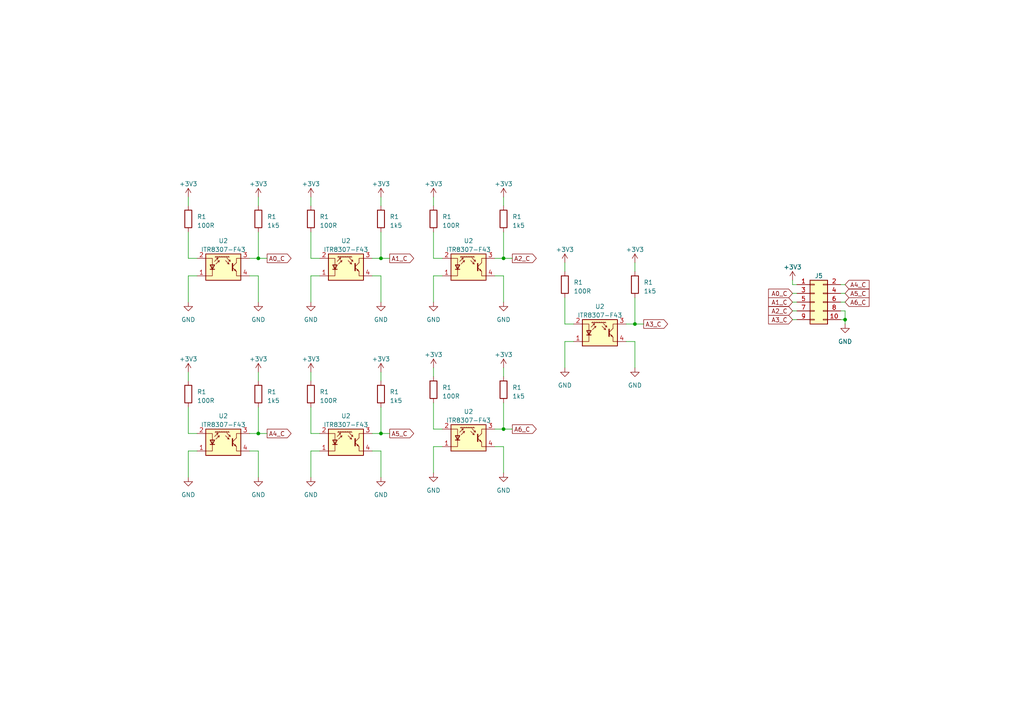
<source format=kicad_sch>
(kicad_sch (version 20230121) (generator eeschema)
  (paper "A4")
  (lib_symbols
    (symbol "Connector_Generic:Conn_02x05_Odd_Even" (pin_names (offset 1.016) hide)
      (property "Reference" "J" (at 1.27 7.62 0))
      (property "Value" "Conn_02x05_Odd_Even" (at 1.27 -7.62 0))
      (symbol "Conn_02x05_Odd_Even_1_1"
        (rectangle (start -1.27 -4.953) (end 0 -5.207) (stroke (width 0.1524)))
        (rectangle (start -1.27 -2.413) (end 0 -2.667) (stroke (width 0.1524)))
        (rectangle (start -1.27 0.127) (end 0 -0.127) (stroke (width 0.1524)))
        (rectangle (start -1.27 2.667) (end 0 2.413) (stroke (width 0.1524)))
        (rectangle (start -1.27 5.207) (end 0 4.953) (stroke (width 0.1524)))
        (rectangle (start -1.27 6.35) (end 3.81 -6.35) (stroke (width 0.254)) (fill (type background)))
        (rectangle (start 3.81 -4.953) (end 2.54 -5.207) (stroke (width 0.1524)))
        (rectangle (start 3.81 -2.413) (end 2.54 -2.667) (stroke (width 0.1524)))
        (rectangle (start 3.81 0.127) (end 2.54 -0.127) (stroke (width 0.1524)))
        (rectangle (start 3.81 2.667) (end 2.54 2.413) (stroke (width 0.1524)))
        (rectangle (start 3.81 5.207) (end 2.54 4.953) (stroke (width 0.1524)))
        (pin passive line (at -5.08 5.08 0) (length 3.81) (name "Pin_1") (number "1"))
        (pin passive line (at 7.62 -5.08 180) (length 3.81) (name "Pin_10") (number "10"))
        (pin passive line (at 7.62 5.08 180) (length 3.81) (name "Pin_2") (number "2"))
        (pin passive line (at -5.08 2.54 0) (length 3.81) (name "Pin_3") (number "3"))
        (pin passive line (at 7.62 2.54 180) (length 3.81) (name "Pin_4") (number "4"))
        (pin passive line (at -5.08 0 0) (length 3.81) (name "Pin_5") (number "5"))
        (pin passive line (at 7.62 0 180) (length 3.81) (name "Pin_6") (number "6"))
        (pin passive line (at -5.08 -2.54 0) (length 3.81) (name "Pin_7") (number "7"))
        (pin passive line (at 7.62 -2.54 180) (length 3.81) (name "Pin_8") (number "8"))
        (pin passive line (at -5.08 -5.08 0) (length 3.81) (name "Pin_9") (number "9"))
      )
    )
    (symbol "Device:R" (pin_numbers hide) (pin_names (offset 0))
      (property "Reference" "R" (at 2.032 0 90))
      (property "Value" "R" (at 0 0 90))
      (symbol "R_0_1"
        (rectangle (start -1.016 -2.54) (end 1.016 2.54) (stroke (width 0.254)))
      )
      (symbol "R_1_1"
        (pin passive line (at 0 3.81 270) (length 1.27) (name "~") (number "1"))
        (pin passive line (at 0 -3.81 90) (length 1.27) (name "~") (number "2"))
      )
    )
    (symbol "Sensor_Proximity:ITR8307-F43" (pin_names (offset 0.0254) hide)
      (property "Reference" "U" (at -3.81 5.08 0))
      (property "Value" "ITR8307-F43" (at 12.7 5.08 0))
      (symbol "ITR8307-F43_0_1"
        (polyline (pts (xy -3.81 -0.635) (xy -2.54 -0.635)) (stroke (width 0.254)))
        (polyline (pts (xy -2.286 2.921) (xy -2.032 3.175)))
        (polyline (pts (xy -1.778 2.921) (xy -1.524 3.175)))
        (polyline (pts (xy -1.524 2.667) (xy -1.651 2.159)))
        (polyline (pts (xy -1.27 2.921) (xy -1.016 3.175)))
        (polyline (pts (xy -1.143 1.905) (xy -1.27 1.397)))
        (polyline (pts (xy -0.762 2.921) (xy -0.508 3.175)))
        (polyline (pts (xy -0.254 2.921) (xy 0 3.175)))
        (polyline (pts (xy 0.254 2.921) (xy 0.508 3.175)))
        (polyline (pts (xy 0.762 2.921) (xy 1.016 3.175)))
        (polyline (pts (xy 1.27 2.921) (xy 1.524 3.175)))
        (polyline (pts (xy 1.651 0.889) (xy 1.143 1.016)))
        (polyline (pts (xy 1.778 2.921) (xy -2.413 2.921)))
        (polyline (pts (xy 2.032 1.651) (xy 1.524 1.778)))
        (polyline (pts (xy 2.667 -0.127) (xy 3.81 -1.27)))
        (polyline (pts (xy 2.667 0.127) (xy 3.81 1.27)))
        (polyline (pts (xy -2.54 1.651) (xy -1.524 2.667) (xy -2.032 2.54)))
        (polyline (pts (xy -2.159 0.889) (xy -1.143 1.905) (xy -1.651 1.778)))
        (polyline (pts (xy 0.635 1.905) (xy 1.651 0.889) (xy 1.524 1.397)))
        (polyline (pts (xy 1.016 2.667) (xy 2.032 1.651) (xy 1.905 2.159)))
        (polyline (pts (xy 2.667 1.016) (xy 2.667 -1.016) (xy 2.667 -1.016)) (stroke (width 0.3556)))
        (polyline (pts (xy 3.81 -1.27) (xy 3.81 -2.54) (xy 5.08 -2.54)))
        (polyline (pts (xy 3.81 1.27) (xy 3.81 2.54) (xy 5.08 2.54)))
        (polyline (pts (xy -5.08 -2.54) (xy -3.175 -2.54) (xy -3.175 2.54) (xy -5.08 2.54)))
        (polyline (pts (xy -3.175 -0.635) (xy -3.81 0.635) (xy -2.54 0.635) (xy -3.175 -0.635)) (stroke (width 0.254)))
        (polyline (pts (xy 3.683 -1.143) (xy 3.429 -0.635) (xy 3.175 -0.889) (xy 3.683 -1.143)))
        (polyline (pts (xy -5.08 -3.81) (xy 5.08 -3.81) (xy 5.08 3.81) (xy -5.08 3.81) (xy -5.08 -3.81)) (stroke (width 0.254)) (fill (type background)))
      )
      (symbol "ITR8307-F43_1_1"
        (pin passive line (at -7.62 -2.54 0) (length 2.54) (name "K") (number "1"))
        (pin passive line (at -7.62 2.54 0) (length 2.54) (name "A") (number "2"))
        (pin open_collector line (at 7.62 2.54 180) (length 2.54) (name "C") (number "3"))
        (pin open_emitter line (at 7.62 -2.54 180) (length 2.54) (name "E") (number "4"))
      )
    )
    (symbol "power:+3V3" (power) (pin_names (offset 0))
      (property "Value" "+3V3" (at 0 3.556 0))
      (symbol "+3V3_0_1"
        (polyline (pts (xy -0.762 1.27) (xy 0 2.54)))
        (polyline (pts (xy 0 0) (xy 0 2.54)))
        (polyline (pts (xy 0 2.54) (xy 0.762 1.27)))
      )
      (symbol "+3V3_1_1"
        (pin power_in line (at 0 0 90) (length 0) hide (name "+3V3") (number "1"))
      )
    )
    (symbol "power:GND" (power) (pin_names (offset 0))
      (property "Value" "GND" (at 0 -3.81 0))
      (symbol "GND_0_1"
        (polyline (pts (xy 0 0) (xy 0 -1.27) (xy 1.27 -1.27) (xy 0 -2.54) (xy -1.27 -1.27) (xy 0 -1.27)))
      )
      (symbol "GND_1_1"
        (pin power_in line (at 0 0 270) (length 0) hide (name "GND") (number "1"))
      )
    )
  )
  (junction (at 110.49 74.93))
  (junction (at 245.11 92.71))
  (junction (at 110.49 125.73))
  (junction (at 74.93 74.93))
  (junction (at 146.05 124.46))
  (junction (at 74.93 125.73))
  (junction (at 146.05 74.93))
  (junction (at 184.15 93.98))
  (wire (pts (xy 163.83 106.68) (xy 163.83 99.06)))
  (wire (pts (xy 146.05 67.31) (xy 146.05 74.93)))
  (wire (pts (xy 54.61 80.01) (xy 57.15 80.01)))
  (wire (pts (xy 229.87 90.17) (xy 231.14 90.17)))
  (wire (pts (xy 146.05 137.16) (xy 146.05 129.54)))
  (wire (pts (xy 54.61 74.93) (xy 57.15 74.93)))
  (wire (pts (xy 90.17 67.31) (xy 90.17 74.93)))
  (wire (pts (xy 245.11 90.17) (xy 245.11 92.71)))
  (wire (pts (xy 110.49 57.15) (xy 110.49 59.69)))
  (wire (pts (xy 243.84 92.71) (xy 245.11 92.71)))
  (wire (pts (xy 74.93 74.93) (xy 77.47 74.93)))
  (wire (pts (xy 54.61 107.95) (xy 54.61 110.49)))
  (wire (pts (xy 125.73 67.31) (xy 125.73 74.93)))
  (wire (pts (xy 90.17 107.95) (xy 90.17 110.49)))
  (wire (pts (xy 90.17 138.43) (xy 90.17 130.81)))
  (wire (pts (xy 184.15 76.2) (xy 184.15 78.74)))
  (wire (pts (xy 54.61 125.73) (xy 57.15 125.73)))
  (wire (pts (xy 74.93 107.95) (xy 74.93 110.49)))
  (wire (pts (xy 163.83 99.06) (xy 166.37 99.06)))
  (wire (pts (xy 243.84 85.09) (xy 245.11 85.09)))
  (wire (pts (xy 90.17 74.93) (xy 92.71 74.93)))
  (wire (pts (xy 110.49 74.93) (xy 107.95 74.93)))
  (wire (pts (xy 184.15 106.68) (xy 184.15 99.06)))
  (wire (pts (xy 110.49 80.01) (xy 107.95 80.01)))
  (wire (pts (xy 110.49 125.73) (xy 107.95 125.73)))
  (wire (pts (xy 146.05 80.01) (xy 143.51 80.01)))
  (wire (pts (xy 110.49 138.43) (xy 110.49 130.81)))
  (wire (pts (xy 110.49 87.63) (xy 110.49 80.01)))
  (wire (pts (xy 90.17 80.01) (xy 92.71 80.01)))
  (wire (pts (xy 74.93 125.73) (xy 77.47 125.73)))
  (wire (pts (xy 229.87 81.28) (xy 229.87 82.55)))
  (wire (pts (xy 74.93 87.63) (xy 74.93 80.01)))
  (wire (pts (xy 74.93 125.73) (xy 72.39 125.73)))
  (wire (pts (xy 74.93 80.01) (xy 72.39 80.01)))
  (wire (pts (xy 184.15 93.98) (xy 181.61 93.98)))
  (wire (pts (xy 54.61 57.15) (xy 54.61 59.69)))
  (wire (pts (xy 74.93 67.31) (xy 74.93 74.93)))
  (wire (pts (xy 245.11 92.71) (xy 245.11 93.98)))
  (wire (pts (xy 90.17 87.63) (xy 90.17 80.01)))
  (wire (pts (xy 229.87 87.63) (xy 231.14 87.63)))
  (wire (pts (xy 243.84 82.55) (xy 245.11 82.55)))
  (wire (pts (xy 110.49 130.81) (xy 107.95 130.81)))
  (wire (pts (xy 125.73 106.68) (xy 125.73 109.22)))
  (wire (pts (xy 125.73 124.46) (xy 128.27 124.46)))
  (wire (pts (xy 54.61 130.81) (xy 57.15 130.81)))
  (wire (pts (xy 125.73 137.16) (xy 125.73 129.54)))
  (wire (pts (xy 163.83 93.98) (xy 166.37 93.98)))
  (wire (pts (xy 90.17 130.81) (xy 92.71 130.81)))
  (wire (pts (xy 229.87 92.71) (xy 231.14 92.71)))
  (wire (pts (xy 74.93 57.15) (xy 74.93 59.69)))
  (wire (pts (xy 110.49 118.11) (xy 110.49 125.73)))
  (wire (pts (xy 90.17 125.73) (xy 92.71 125.73)))
  (wire (pts (xy 54.61 67.31) (xy 54.61 74.93)))
  (wire (pts (xy 90.17 118.11) (xy 90.17 125.73)))
  (wire (pts (xy 163.83 76.2) (xy 163.83 78.74)))
  (wire (pts (xy 146.05 116.84) (xy 146.05 124.46)))
  (wire (pts (xy 146.05 74.93) (xy 148.59 74.93)))
  (wire (pts (xy 125.73 129.54) (xy 128.27 129.54)))
  (wire (pts (xy 110.49 67.31) (xy 110.49 74.93)))
  (wire (pts (xy 229.87 85.09) (xy 231.14 85.09)))
  (wire (pts (xy 146.05 74.93) (xy 143.51 74.93)))
  (wire (pts (xy 146.05 129.54) (xy 143.51 129.54)))
  (wire (pts (xy 54.61 118.11) (xy 54.61 125.73)))
  (wire (pts (xy 74.93 118.11) (xy 74.93 125.73)))
  (wire (pts (xy 125.73 74.93) (xy 128.27 74.93)))
  (wire (pts (xy 110.49 125.73) (xy 113.03 125.73)))
  (wire (pts (xy 74.93 130.81) (xy 72.39 130.81)))
  (wire (pts (xy 125.73 80.01) (xy 128.27 80.01)))
  (wire (pts (xy 110.49 74.93) (xy 113.03 74.93)))
  (wire (pts (xy 125.73 57.15) (xy 125.73 59.69)))
  (wire (pts (xy 125.73 116.84) (xy 125.73 124.46)))
  (wire (pts (xy 163.83 86.36) (xy 163.83 93.98)))
  (wire (pts (xy 184.15 93.98) (xy 186.69 93.98)))
  (wire (pts (xy 125.73 87.63) (xy 125.73 80.01)))
  (wire (pts (xy 146.05 124.46) (xy 143.51 124.46)))
  (wire (pts (xy 146.05 106.68) (xy 146.05 109.22)))
  (wire (pts (xy 110.49 107.95) (xy 110.49 110.49)))
  (wire (pts (xy 146.05 57.15) (xy 146.05 59.69)))
  (wire (pts (xy 90.17 57.15) (xy 90.17 59.69)))
  (wire (pts (xy 243.84 90.17) (xy 245.11 90.17)))
  (wire (pts (xy 146.05 87.63) (xy 146.05 80.01)))
  (wire (pts (xy 243.84 87.63) (xy 245.11 87.63)))
  (wire (pts (xy 184.15 99.06) (xy 181.61 99.06)))
  (wire (pts (xy 146.05 124.46) (xy 148.59 124.46)))
  (wire (pts (xy 229.87 82.55) (xy 231.14 82.55)))
  (wire (pts (xy 74.93 138.43) (xy 74.93 130.81)))
  (wire (pts (xy 184.15 86.36) (xy 184.15 93.98)))
  (wire (pts (xy 54.61 87.63) (xy 54.61 80.01)))
  (wire (pts (xy 74.93 74.93) (xy 72.39 74.93)))
  (wire (pts (xy 54.61 138.43) (xy 54.61 130.81)))
  (global_label "A6_C" (shape output) (at 148.59 124.46 0) (property "Intersheetrefs" "${INTERSHEET_REFS}" (effects hide)))
  (global_label "A3_C" (shape input) (at 229.87 92.71 180) (property "Intersheetrefs" "${INTERSHEET_REFS}" (effects hide)))
  (global_label "A0_C" (shape input) (at 229.87 85.09 180) (property "Intersheetrefs" "${INTERSHEET_REFS}" (effects hide)))
  (global_label "A4_C" (shape output) (at 77.47 125.73 0) (property "Intersheetrefs" "${INTERSHEET_REFS}" (effects hide)))
  (global_label "A6_C" (shape input) (at 245.11 87.63 0) (property "Intersheetrefs" "${INTERSHEET_REFS}" (effects hide)))
  (global_label "A0_C" (shape output) (at 77.47 74.93 0) (property "Intersheetrefs" "${INTERSHEET_REFS}" (effects hide)))
  (global_label "A1_C" (shape input) (at 229.87 87.63 180) (property "Intersheetrefs" "${INTERSHEET_REFS}" (effects hide)))
  (global_label "A1_C" (shape output) (at 113.03 74.93 0) (property "Intersheetrefs" "${INTERSHEET_REFS}" (effects hide)))
  (global_label "A4_C" (shape input) (at 245.11 82.55 0) (property "Intersheetrefs" "${INTERSHEET_REFS}" (effects hide)))
  (global_label "A3_C" (shape output) (at 186.69 93.98 0) (property "Intersheetrefs" "${INTERSHEET_REFS}" (effects hide)))
  (global_label "A5_C" (shape output) (at 113.03 125.73 0) (property "Intersheetrefs" "${INTERSHEET_REFS}" (effects hide)))
  (global_label "A5_C" (shape input) (at 245.11 85.09 0) (property "Intersheetrefs" "${INTERSHEET_REFS}" (effects hide)))
  (global_label "A2_C" (shape output) (at 148.59 74.93 0) (property "Intersheetrefs" "${INTERSHEET_REFS}" (effects hide)))
  (global_label "A2_C" (shape input) (at 229.87 90.17 180) (property "Intersheetrefs" "${INTERSHEET_REFS}" (effects hide)))
  (symbol (lib_id "power:+3V3") (at 163.83 76.2 0) (unit 1)
    (property "Reference" "#PWR069" (effects hide))
    (property "Value" "+3V3" (at 163.83 72.39 0))
    (instances (project "Linefollower" (path "" (reference "#PWR069") (unit 1)) (path "" (reference "#PWR033") (unit 1)) (path "" (reference "#PWR073") (unit 1))) (project "Sensors" (path "" (reference "#PWR025") (unit 1))))
  )
  (symbol (lib_id "Device:R") (at 125.73 63.5 0) (unit 1)
    (property "Reference" "R1" (at 128.27 62.865 0) (effects (justify left)))
    (property "Value" "100R" (at 128.27 65.405 0) (effects (justify left)))
    (property "Footprint" "Resistor_SMD:R_1206_3216Metric" (effects hide))
    (instances (project "Linefollower" (path "" (reference "R1") (unit 1)) (path "" (reference "R27") (unit 1)) (path "" (reference "R5") (unit 1)) (path "" (reference "R25") (unit 1))) (project "Sensors" (path "" (reference "R9") (unit 1))))
  )
  (symbol (lib_id "power:+3V3") (at 125.73 57.15 0) (unit 1)
    (property "Reference" "#PWR053" (effects hide))
    (property "Value" "+3V3" (at 125.73 53.34 0))
    (instances (project "Linefollower" (path "" (reference "#PWR053") (unit 1)) (path "" (reference "#PWR09") (unit 1)) (path "" (reference "#PWR065") (unit 1))) (project "Sensors" (path "" (reference "#PWR017") (unit 1))))
  )
  (symbol (lib_id "power:+3V3") (at 110.49 57.15 0) (unit 1)
    (property "Reference" "#PWR049" (effects hide))
    (property "Value" "+3V3" (at 110.49 53.34 0))
    (instances (project "Linefollower" (path "" (reference "#PWR049") (unit 1)) (path "" (reference "#PWR07") (unit 1)) (path "" (reference "#PWR061") (unit 1))) (project "Sensors" (path "" (reference "#PWR013") (unit 1))))
  )
  (symbol (lib_id "power:GND") (at 74.93 138.43 0) (unit 1)
    (property "Reference" "#PWR066" (effects hide))
    (property "Value" "GND" (at 74.93 143.51 0))
    (instances (project "Linefollower" (path "" (reference "#PWR066") (unit 1)) (path "" (reference "#PWR016") (unit 1)) (path "" (reference "#PWR056") (unit 1))) (project "Sensors" (path "" (reference "#PWR08") (unit 1))))
  )
  (symbol (lib_id "Device:R") (at 90.17 114.3 0) (unit 1)
    (property "Reference" "R1" (at 92.71 113.665 0) (effects (justify left)))
    (property "Value" "100R" (at 92.71 116.205 0) (effects (justify left)))
    (property "Footprint" "Resistor_SMD:R_1206_3216Metric" (effects hide))
    (instances (project "Linefollower" (path "" (reference "R1") (unit 1)) (path "" (reference "R20") (unit 1)) (path "" (reference "R9") (unit 1)) (path "" (reference "R22") (unit 1))) (project "Sensors" (path "" (reference "R6") (unit 1))))
  )
  (symbol (lib_id "Device:R") (at 54.61 114.3 0) (unit 1)
    (property "Reference" "R1" (at 57.15 113.665 0) (effects (justify left)))
    (property "Value" "100R" (at 57.15 116.205 0) (effects (justify left)))
    (property "Footprint" "Resistor_SMD:R_1206_3216Metric" (effects hide))
    (instances (project "Linefollower" (path "" (reference "R1") (unit 1)) (path "" (reference "R31") (unit 1)) (path "" (reference "R7") (unit 1)) (path "" (reference "R16") (unit 1))) (project "Sensors" (path "" (reference "R2") (unit 1))))
  )
  (symbol (lib_id "power:+3V3") (at 54.61 57.15 0) (unit 1)
    (property "Reference" "#PWR037" (effects hide))
    (property "Value" "+3V3" (at 54.61 53.34 0))
    (instances (project "Linefollower" (path "" (reference "#PWR037") (unit 1)) (path "" (reference "#PWR03") (unit 1)) (path "" (reference "#PWR028") (unit 1))) (project "Sensors" (path "" (reference "#PWR01") (unit 1))))
  )
  (symbol (lib_id "power:GND") (at 146.05 137.16 0) (unit 1)
    (property "Reference" "#PWR052" (effects hide))
    (property "Value" "GND" (at 146.05 142.24 0))
    (instances (project "Linefollower" (path "" (reference "#PWR052") (unit 1)) (path "" (reference "#PWR024") (unit 1)) (path "" (reference "#PWR072") (unit 1))) (project "Sensors" (path "" (reference "#PWR024") (unit 1))))
  )
  (symbol (lib_id "power:GND") (at 90.17 138.43 0) (unit 1)
    (property "Reference" "#PWR040" (effects hide))
    (property "Value" "GND" (at 90.17 143.51 0))
    (instances (project "Linefollower" (path "" (reference "#PWR040") (unit 1)) (path "" (reference "#PWR018") (unit 1)) (path "" (reference "#PWR060") (unit 1))) (project "Sensors" (path "" (reference "#PWR012") (unit 1))))
  )
  (symbol (lib_id "power:+3V3") (at 146.05 106.68 0) (unit 1)
    (property "Reference" "#PWR051" (effects hide))
    (property "Value" "+3V3" (at 146.05 102.87 0))
    (instances (project "Linefollower" (path "" (reference "#PWR051") (unit 1)) (path "" (reference "#PWR023") (unit 1)) (path "" (reference "#PWR071") (unit 1))) (project "Sensors" (path "" (reference "#PWR023") (unit 1))))
  )
  (symbol (lib_id "Sensor_Proximity:ITR8307-F43") (at 173.99 96.52 0) (unit 1)
    (property "Reference" "U2" (at 173.99 88.9 0))
    (property "Value" "ITR8307-F43" (at 173.99 91.44 0))
    (property "Footprint" "OptoDevice:Everlight_ITR8307F43" (effects hide))
    (property "Datasheet" "https://everlighteurope.com/index.php?controller=attachment&id_attachment=5385" (effects hide))
    (instances (project "Linefollower" (path "" (reference "U2") (unit 1)) (path "" (reference "U22") (unit 1)) (path "" (reference "U13") (unit 1)) (path "" (reference "U18") (unit 1))) (project "Sensors" (path "" (reference "U4") (unit 1))))
  )
  (symbol (lib_id "Device:R") (at 90.17 63.5 0) (unit 1)
    (property "Reference" "R1" (at 92.71 62.865 0) (effects (justify left)))
    (property "Value" "100R" (at 92.71 65.405 0) (effects (justify left)))
    (property "Footprint" "Resistor_SMD:R_1206_3216Metric" (effects hide))
    (instances (project "Linefollower" (path "" (reference "R1") (unit 1)) (path "" (reference "R23") (unit 1)) (path "" (reference "R3") (unit 1)) (path "" (reference "R21") (unit 1))) (project "Sensors" (path "" (reference "R5") (unit 1))))
  )
  (symbol (lib_id "Device:R") (at 74.93 114.3 0) (unit 1)
    (property "Reference" "R1" (at 77.47 113.665 0) (effects (justify left)))
    (property "Value" "1k5" (at 77.47 116.205 0) (effects (justify left)))
    (property "Footprint" "Resistor_SMD:R_1206_3216Metric" (effects hide))
    (instances (project "Linefollower" (path "" (reference "R1") (unit 1)) (path "" (reference "R33") (unit 1)) (path "" (reference "R8") (unit 1)) (path "" (reference "R20") (unit 1))) (project "Sensors" (path "" (reference "R4") (unit 1))))
  )
  (symbol (lib_id "power:GND") (at 184.15 106.68 0) (unit 1)
    (property "Reference" "#PWR072" (effects hide))
    (property "Value" "GND" (at 184.15 111.76 0))
    (instances (project "Linefollower" (path "" (reference "#PWR072") (unit 1)) (path "" (reference "#PWR036") (unit 1)) (path "" (reference "#PWR076") (unit 1))) (project "Sensors" (path "" (reference "#PWR028") (unit 1))))
  )
  (symbol (lib_id "power:GND") (at 146.05 87.63 0) (unit 1)
    (property "Reference" "#PWR058" (effects hide))
    (property "Value" "GND" (at 146.05 92.71 0))
    (instances (project "Linefollower" (path "" (reference "#PWR058") (unit 1)) (path "" (reference "#PWR012") (unit 1)) (path "" (reference "#PWR070") (unit 1))) (project "Sensors" (path "" (reference "#PWR022") (unit 1))))
  )
  (symbol (lib_id "Device:R") (at 184.15 82.55 0) (unit 1)
    (property "Reference" "R1" (at 186.69 81.915 0) (effects (justify left)))
    (property "Value" "1k5" (at 186.69 84.455 0) (effects (justify left)))
    (property "Footprint" "Resistor_SMD:R_1206_3216Metric" (effects hide))
    (instances (project "Linefollower" (path "" (reference "R1") (unit 1)) (path "" (reference "R36") (unit 1)) (path "" (reference "R18") (unit 1)) (path "" (reference "R30") (unit 1))) (project "Sensors" (path "" (reference "R14") (unit 1))))
  )
  (symbol (lib_id "power:GND") (at 90.17 87.63 0) (unit 1)
    (property "Reference" "#PWR046" (effects hide))
    (property "Value" "GND" (at 90.17 92.71 0))
    (instances (project "Linefollower" (path "" (reference "#PWR046") (unit 1)) (path "" (reference "#PWR06") (unit 1)) (path "" (reference "#PWR058") (unit 1))) (project "Sensors" (path "" (reference "#PWR010") (unit 1))))
  )
  (symbol (lib_id "Device:R") (at 163.83 82.55 0) (unit 1)
    (property "Reference" "R1" (at 166.37 81.915 0) (effects (justify left)))
    (property "Value" "100R" (at 166.37 84.455 0) (effects (justify left)))
    (property "Footprint" "Resistor_SMD:R_1206_3216Metric" (effects hide))
    (instances (project "Linefollower" (path "" (reference "R1") (unit 1)) (path "" (reference "R35") (unit 1)) (path "" (reference "R17") (unit 1)) (path "" (reference "R29") (unit 1))) (project "Sensors" (path "" (reference "R13") (unit 1))))
  )
  (symbol (lib_id "power:+3V3") (at 90.17 57.15 0) (unit 1)
    (property "Reference" "#PWR045" (effects hide))
    (property "Value" "+3V3" (at 90.17 53.34 0))
    (instances (project "Linefollower" (path "" (reference "#PWR045") (unit 1)) (path "" (reference "#PWR05") (unit 1)) (path "" (reference "#PWR057") (unit 1))) (project "Sensors" (path "" (reference "#PWR09") (unit 1))))
  )
  (symbol (lib_id "power:GND") (at 125.73 87.63 0) (unit 1)
    (property "Reference" "#PWR054" (effects hide))
    (property "Value" "GND" (at 125.73 92.71 0))
    (instances (project "Linefollower" (path "" (reference "#PWR054") (unit 1)) (path "" (reference "#PWR010") (unit 1)) (path "" (reference "#PWR066") (unit 1))) (project "Sensors" (path "" (reference "#PWR018") (unit 1))))
  )
  (symbol (lib_id "power:GND") (at 74.93 87.63 0) (unit 1)
    (property "Reference" "#PWR042" (effects hide))
    (property "Value" "GND" (at 74.93 92.71 0))
    (instances (project "Linefollower" (path "" (reference "#PWR042") (unit 1)) (path "" (reference "#PWR02") (unit 1)) (path "" (reference "#PWR054") (unit 1))) (project "Sensors" (path "" (reference "#PWR06") (unit 1))))
  )
  (symbol (lib_id "power:+3V3") (at 110.49 107.95 0) (unit 1)
    (property "Reference" "#PWR043" (effects hide))
    (property "Value" "+3V3" (at 110.49 104.14 0))
    (instances (project "Linefollower" (path "" (reference "#PWR043") (unit 1)) (path "" (reference "#PWR019") (unit 1)) (path "" (reference "#PWR063") (unit 1))) (project "Sensors" (path "" (reference "#PWR015") (unit 1))))
  )
  (symbol (lib_id "power:GND") (at 54.61 87.63 0) (unit 1)
    (property "Reference" "#PWR038" (effects hide))
    (property "Value" "GND" (at 54.61 92.71 0))
    (instances (project "Linefollower" (path "" (reference "#PWR038") (unit 1)) (path "" (reference "#PWR01") (unit 1)) (path "" (reference "#PWR029") (unit 1))) (project "Sensors" (path "" (reference "#PWR02") (unit 1))))
  )
  (symbol (lib_id "power:+3V3") (at 90.17 107.95 0) (unit 1)
    (property "Reference" "#PWR039" (effects hide))
    (property "Value" "+3V3" (at 90.17 104.14 0))
    (instances (project "Linefollower" (path "" (reference "#PWR039") (unit 1)) (path "" (reference "#PWR017") (unit 1)) (path "" (reference "#PWR059") (unit 1))) (project "Sensors" (path "" (reference "#PWR011") (unit 1))))
  )
  (symbol (lib_id "Sensor_Proximity:ITR8307-F43") (at 100.33 128.27 0) (unit 1)
    (property "Reference" "U2" (at 100.33 120.65 0))
    (property "Value" "ITR8307-F43" (at 100.33 123.19 0))
    (property "Footprint" "OptoDevice:Everlight_ITR8307F43" (effects hide))
    (property "Datasheet" "https://everlighteurope.com/index.php?controller=attachment&id_attachment=5385" (effects hide))
    (instances (project "Linefollower" (path "" (reference "U2") (unit 1)) (path "" (reference "U15") (unit 1)) (path "" (reference "U9") (unit 1)) (path "" (reference "U15") (unit 1))) (project "Sensors" (path "" (reference "U6") (unit 1))))
  )
  (symbol (lib_id "power:+3V3") (at 229.87 81.28 0) (unit 1)
    (property "Reference" "#PWR071" (effects hide))
    (property "Value" "+3V3" (at 229.87 77.47 0))
    (instances (project "Linefollower" (path "" (reference "#PWR071") (unit 1)) (path "" (reference "#PWR035") (unit 1)) (path "" (reference "#PWR075") (unit 1))) (project "Sensors" (path "" (reference "#PWR034") (unit 1))))
  )
  (symbol (lib_id "Sensor_Proximity:ITR8307-F43") (at 100.33 77.47 0) (unit 1)
    (property "Reference" "U2" (at 100.33 69.85 0))
    (property "Value" "ITR8307-F43" (at 100.33 72.39 0))
    (property "Footprint" "OptoDevice:Everlight_ITR8307F43" (effects hide))
    (property "Datasheet" "https://everlighteurope.com/index.php?controller=attachment&id_attachment=5385" (effects hide))
    (instances (project "Linefollower" (path "" (reference "U2") (unit 1)) (path "" (reference "U16") (unit 1)) (path "" (reference "U6") (unit 1)) (path "" (reference "U14") (unit 1))) (project "Sensors" (path "" (reference "U2") (unit 1))))
  )
  (symbol (lib_id "Device:R") (at 146.05 63.5 0) (unit 1)
    (property "Reference" "R1" (at 148.59 62.865 0) (effects (justify left)))
    (property "Value" "1k5" (at 148.59 65.405 0) (effects (justify left)))
    (property "Footprint" "Resistor_SMD:R_1206_3216Metric" (effects hide))
    (instances (project "Linefollower" (path "" (reference "R1") (unit 1)) (path "" (reference "R29") (unit 1)) (path "" (reference "R6") (unit 1)) (path "" (reference "R27") (unit 1))) (project "Sensors" (path "" (reference "R11") (unit 1))))
  )
  (symbol (lib_id "power:+3V3") (at 54.61 107.95 0) (unit 1)
    (property "Reference" "#PWR061" (effects hide))
    (property "Value" "+3V3" (at 54.61 104.14 0))
    (instances (project "Linefollower" (path "" (reference "#PWR061") (unit 1)) (path "" (reference "#PWR013") (unit 1)) (path "" (reference "#PWR030") (unit 1))) (project "Sensors" (path "" (reference "#PWR03") (unit 1))))
  )
  (symbol (lib_id "power:GND") (at 163.83 106.68 0) (unit 1)
    (property "Reference" "#PWR070" (effects hide))
    (property "Value" "GND" (at 163.83 111.76 0))
    (instances (project "Linefollower" (path "" (reference "#PWR070") (unit 1)) (path "" (reference "#PWR034") (unit 1)) (path "" (reference "#PWR074") (unit 1))) (project "Sensors" (path "" (reference "#PWR026") (unit 1))))
  )
  (symbol (lib_id "Sensor_Proximity:ITR8307-F43") (at 64.77 77.47 0) (unit 1)
    (property "Reference" "U2" (at 64.77 69.85 0))
    (property "Value" "ITR8307-F43" (at 64.77 72.39 0))
    (property "Footprint" "OptoDevice:Everlight_ITR8307F43" (effects hide))
    (property "Datasheet" "https://everlighteurope.com/index.php?controller=attachment&id_attachment=5385" (effects hide))
    (instances (project "Linefollower" (path "" (reference "U2") (unit 1)) (path "" (reference "U14") (unit 1)) (path "" (reference "U2") (unit 1)) (path "" (reference "U11") (unit 1))) (project "Sensors" (path "" (reference "U1") (unit 1))))
  )
  (symbol (lib_id "Connector_Generic:Conn_02x05_Odd_Even") (at 236.22 87.63 0) (unit 1)
    (property "Reference" "J5" (at 237.49 80.01 0))
    (property "Value" "Conn_02x05_Odd_Even" (effects hide))
    (property "Footprint" "AB_Connector_IDC:IDC-Header_2x05_P2.54mm_Vertical" (effects hide))
    (instances (project "Linefollower" (path "" (reference "J5") (unit 1)) (path "" (reference "J7") (unit 1))) (project "Sensors" (path "" (reference "J2") (unit 1))))
  )
  (symbol (lib_id "Device:R") (at 110.49 114.3 0) (unit 1)
    (property "Reference" "R1" (at 113.03 113.665 0) (effects (justify left)))
    (property "Value" "1k5" (at 113.03 116.205 0) (effects (justify left)))
    (property "Footprint" "Resistor_SMD:R_1206_3216Metric" (effects hide))
    (instances (project "Linefollower" (path "" (reference "R1") (unit 1)) (path "" (reference "R22") (unit 1)) (path "" (reference "R10") (unit 1)) (path "" (reference "R24") (unit 1))) (project "Sensors" (path "" (reference "R8") (unit 1))))
  )
  (symbol (lib_id "power:GND") (at 110.49 138.43 0) (unit 1)
    (property "Reference" "#PWR044" (effects hide))
    (property "Value" "GND" (at 110.49 143.51 0))
    (instances (project "Linefollower" (path "" (reference "#PWR044") (unit 1)) (path "" (reference "#PWR020") (unit 1)) (path "" (reference "#PWR064") (unit 1))) (project "Sensors" (path "" (reference "#PWR016") (unit 1))))
  )
  (symbol (lib_id "power:GND") (at 125.73 137.16 0) (unit 1)
    (property "Reference" "#PWR048" (effects hide))
    (property "Value" "GND" (at 125.73 142.24 0))
    (instances (project "Linefollower" (path "" (reference "#PWR048") (unit 1)) (path "" (reference "#PWR022") (unit 1)) (path "" (reference "#PWR068") (unit 1))) (project "Sensors" (path "" (reference "#PWR020") (unit 1))))
  )
  (symbol (lib_id "Device:R") (at 74.93 63.5 0) (unit 1)
    (property "Reference" "R1" (at 77.47 62.865 0) (effects (justify left)))
    (property "Value" "1k5" (at 77.47 65.405 0) (effects (justify left)))
    (property "Footprint" "Resistor_SMD:R_1206_3216Metric" (effects hide))
    (instances (project "Linefollower" (path "" (reference "R1") (unit 1)) (path "" (reference "R21") (unit 1)) (path "" (reference "R2") (unit 1)) (path "" (reference "R19") (unit 1))) (project "Sensors" (path "" (reference "R3") (unit 1))))
  )
  (symbol (lib_id "power:+3V3") (at 74.93 107.95 0) (unit 1)
    (property "Reference" "#PWR065" (effects hide))
    (property "Value" "+3V3" (at 74.93 104.14 0))
    (instances (project "Linefollower" (path "" (reference "#PWR065") (unit 1)) (path "" (reference "#PWR015") (unit 1)) (path "" (reference "#PWR055") (unit 1))) (project "Sensors" (path "" (reference "#PWR07") (unit 1))))
  )
  (symbol (lib_id "power:GND") (at 54.61 138.43 0) (unit 1)
    (property "Reference" "#PWR062" (effects hide))
    (property "Value" "GND" (at 54.61 143.51 0))
    (instances (project "Linefollower" (path "" (reference "#PWR062") (unit 1)) (path "" (reference "#PWR014") (unit 1)) (path "" (reference "#PWR031") (unit 1))) (project "Sensors" (path "" (reference "#PWR04") (unit 1))))
  )
  (symbol (lib_id "power:GND") (at 245.11 93.98 0) (unit 1)
    (property "Reference" "#PWR052" (effects hide))
    (property "Value" "GND" (at 245.11 99.06 0))
    (instances (project "Linefollower" (path "" (reference "#PWR052") (unit 1)) (path "" (reference "#PWR044") (unit 1)) (path "" (reference "#PWR025") (unit 1)) (path "" (reference "#PWR030") (unit 1)) (path "" (reference "#PWR031") (unit 1))) (project "Sensors" (path "" (reference "#PWR030") (unit 1))))
  )
  (symbol (lib_id "power:GND") (at 110.49 87.63 0) (unit 1)
    (property "Reference" "#PWR050" (effects hide))
    (property "Value" "GND" (at 110.49 92.71 0))
    (instances (project "Linefollower" (path "" (reference "#PWR050") (unit 1)) (path "" (reference "#PWR08") (unit 1)) (path "" (reference "#PWR062") (unit 1))) (project "Sensors" (path "" (reference "#PWR014") (unit 1))))
  )
  (symbol (lib_id "Device:R") (at 125.73 113.03 0) (unit 1)
    (property "Reference" "R1" (at 128.27 112.395 0) (effects (justify left)))
    (property "Value" "100R" (at 128.27 114.935 0) (effects (justify left)))
    (property "Footprint" "Resistor_SMD:R_1206_3216Metric" (effects hide))
    (instances (project "Linefollower" (path "" (reference "R1") (unit 1)) (path "" (reference "R24") (unit 1)) (path "" (reference "R11") (unit 1)) (path "" (reference "R26") (unit 1))) (project "Sensors" (path "" (reference "R10") (unit 1))))
  )
  (symbol (lib_id "power:+3V3") (at 74.93 57.15 0) (unit 1)
    (property "Reference" "#PWR041" (effects hide))
    (property "Value" "+3V3" (at 74.93 53.34 0))
    (instances (project "Linefollower" (path "" (reference "#PWR041") (unit 1)) (path "" (reference "#PWR04") (unit 1)) (path "" (reference "#PWR032") (unit 1))) (project "Sensors" (path "" (reference "#PWR05") (unit 1))))
  )
  (symbol (lib_id "Sensor_Proximity:ITR8307-F43") (at 135.89 77.47 0) (unit 1)
    (property "Reference" "U2" (at 135.89 69.85 0))
    (property "Value" "ITR8307-F43" (at 135.89 72.39 0))
    (property "Footprint" "OptoDevice:Everlight_ITR8307F43" (effects hide))
    (property "Datasheet" "https://everlighteurope.com/index.php?controller=attachment&id_attachment=5385" (effects hide))
    (instances (project "Linefollower" (path "" (reference "U2") (unit 1)) (path "" (reference "U18") (unit 1)) (path "" (reference "U7") (unit 1)) (path "" (reference "U16") (unit 1))) (project "Sensors" (path "" (reference "U3") (unit 1))))
  )
  (symbol (lib_id "Sensor_Proximity:ITR8307-F43") (at 64.77 128.27 0) (unit 1)
    (property "Reference" "U2" (at 64.77 120.65 0))
    (property "Value" "ITR8307-F43" (at 64.77 123.19 0))
    (property "Footprint" "OptoDevice:Everlight_ITR8307F43" (effects hide))
    (property "Datasheet" "https://everlighteurope.com/index.php?controller=attachment&id_attachment=5385" (effects hide))
    (instances (project "Linefollower" (path "" (reference "U2") (unit 1)) (path "" (reference "U20") (unit 1)) (path "" (reference "U8") (unit 1)) (path "" (reference "U12") (unit 1))) (project "Sensors" (path "" (reference "U5") (unit 1))))
  )
  (symbol (lib_id "Device:R") (at 54.61 63.5 0) (unit 1)
    (property "Reference" "R1" (at 57.15 62.865 0) (effects (justify left)))
    (property "Value" "100R" (at 57.15 65.405 0) (effects (justify left)))
    (property "Footprint" "Resistor_SMD:R_1206_3216Metric" (effects hide))
    (instances (project "Linefollower" (path "" (reference "R1") (unit 1)) (path "" (reference "R19") (unit 1)) (path "" (reference "R1") (unit 1)) (path "" (reference "R15") (unit 1))) (project "Sensors" (path "" (reference "R1") (unit 1))))
  )
  (symbol (lib_id "power:+3V3") (at 146.05 57.15 0) (unit 1)
    (property "Reference" "#PWR057" (effects hide))
    (property "Value" "+3V3" (at 146.05 53.34 0))
    (instances (project "Linefollower" (path "" (reference "#PWR057") (unit 1)) (path "" (reference "#PWR011") (unit 1)) (path "" (reference "#PWR069") (unit 1))) (project "Sensors" (path "" (reference "#PWR021") (unit 1))))
  )
  (symbol (lib_id "power:+3V3") (at 125.73 106.68 0) (unit 1)
    (property "Reference" "#PWR047" (effects hide))
    (property "Value" "+3V3" (at 125.73 102.87 0))
    (instances (project "Linefollower" (path "" (reference "#PWR047") (unit 1)) (path "" (reference "#PWR021") (unit 1)) (path "" (reference "#PWR067") (unit 1))) (project "Sensors" (path "" (reference "#PWR019") (unit 1))))
  )
  (symbol (lib_id "Sensor_Proximity:ITR8307-F43") (at 135.89 127 0) (unit 1)
    (property "Reference" "U2" (at 135.89 119.38 0))
    (property "Value" "ITR8307-F43" (at 135.89 121.92 0))
    (property "Footprint" "OptoDevice:Everlight_ITR8307F43" (effects hide))
    (property "Datasheet" "https://everlighteurope.com/index.php?controller=attachment&id_attachment=5385" (effects hide))
    (instances (project "Linefollower" (path "" (reference "U2") (unit 1)) (path "" (reference "U17") (unit 1)) (path "" (reference "U10") (unit 1)) (path "" (reference "U17") (unit 1))) (project "Sensors" (path "" (reference "U7") (unit 1))))
  )
  (symbol (lib_id "Device:R") (at 146.05 113.03 0) (unit 1)
    (property "Reference" "R1" (at 148.59 112.395 0) (effects (justify left)))
    (property "Value" "1k5" (at 148.59 114.935 0) (effects (justify left)))
    (property "Footprint" "Resistor_SMD:R_1206_3216Metric" (effects hide))
    (instances (project "Linefollower" (path "" (reference "R1") (unit 1)) (path "" (reference "R26") (unit 1)) (path "" (reference "R12") (unit 1)) (path "" (reference "R28") (unit 1))) (project "Sensors" (path "" (reference "R12") (unit 1))))
  )
  (symbol (lib_id "power:+3V3") (at 184.15 76.2 0) (unit 1)
    (property "Reference" "#PWR071" (effects hide))
    (property "Value" "+3V3" (at 184.15 72.39 0))
    (instances (project "Linefollower" (path "" (reference "#PWR071") (unit 1)) (path "" (reference "#PWR035") (unit 1)) (path "" (reference "#PWR075") (unit 1))) (project "Sensors" (path "" (reference "#PWR027") (unit 1))))
  )
  (symbol (lib_id "Device:R") (at 110.49 63.5 0) (unit 1)
    (property "Reference" "R1" (at 113.03 62.865 0) (effects (justify left)))
    (property "Value" "1k5" (at 113.03 65.405 0) (effects (justify left)))
    (property "Footprint" "Resistor_SMD:R_1206_3216Metric" (effects hide))
    (instances (project "Linefollower" (path "" (reference "R1") (unit 1)) (path "" (reference "R25") (unit 1)) (path "" (reference "R4") (unit 1)) (path "" (reference "R23") (unit 1))) (project "Sensors" (path "" (reference "R7") (unit 1))))
  )
)
</source>
